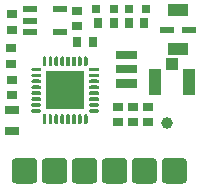
<source format=gts>
G04 DipTrace Beta 2.3.5.2*
%INsubMicroLRS.GTS*%
%MOIN*%
%ADD21R,0.0354X0.0276*%
%ADD22R,0.0315X0.0315*%
%ADD23R,0.0472X0.0315*%
%ADD24R,0.0472X0.0217*%
%ADD25R,0.0276X0.0354*%
%ADD26R,0.0394X0.0413*%
%ADD27R,0.0413X0.0866*%
%ADD28R,0.071X0.041*%
%ADD29R,0.049X0.024*%
%ADD31C,0.0394*%
%FSLAX44Y44*%
G04*
G70*
G90*
G75*
G01*
%LNTopMask*%
%LPD*%
G36*
X450Y287D2*
Y837D1*
X451Y853D1*
X453Y869D1*
X457Y884D1*
X463Y899D1*
X470Y912D1*
X479Y926D1*
X489Y938D1*
X500Y949D1*
X512Y959D1*
X525Y967D1*
X539Y975D1*
X554Y980D1*
X569Y984D1*
X584Y987D1*
X600D1*
X1150D1*
X1166D1*
X1181Y984D1*
X1196Y980D1*
X1211Y975D1*
X1225Y967D1*
X1238Y959D1*
X1250Y949D1*
X1261Y938D1*
X1271Y926D1*
X1280Y912D1*
X1287Y899D1*
X1293Y884D1*
X1297Y869D1*
X1299Y853D1*
X1300Y837D1*
Y287D1*
X1299Y272D1*
X1297Y256D1*
X1293Y241D1*
X1287Y226D1*
X1280Y212D1*
X1271Y199D1*
X1261Y187D1*
X1250Y176D1*
X1238Y166D1*
X1225Y158D1*
X1211Y150D1*
X1196Y145D1*
X1181Y141D1*
X1166Y138D1*
X1150Y137D1*
X600D1*
X584Y138D1*
X569Y141D1*
X554Y145D1*
X539Y150D1*
X525Y158D1*
X512Y166D1*
X500Y176D1*
X489Y187D1*
X479Y199D1*
X470Y212D1*
X463Y226D1*
X457Y241D1*
X453Y256D1*
X451Y272D1*
X450Y287D1*
G37*
G36*
X2150Y137D2*
X1600D1*
X1584Y138D1*
X1569Y141D1*
X1554Y145D1*
X1539Y150D1*
X1525Y158D1*
X1512Y166D1*
X1500Y176D1*
X1489Y187D1*
X1479Y199D1*
X1470Y212D1*
X1463Y226D1*
X1457Y241D1*
X1453Y256D1*
X1451Y272D1*
X1450Y287D1*
Y837D1*
X1451Y853D1*
X1453Y869D1*
X1457Y884D1*
X1463Y899D1*
X1470Y912D1*
X1479Y926D1*
X1489Y938D1*
X1500Y949D1*
X1512Y959D1*
X1525Y967D1*
X1539Y975D1*
X1554Y980D1*
X1569Y984D1*
X1584Y987D1*
X1600D1*
X2150D1*
X2166D1*
X2181Y984D1*
X2196Y980D1*
X2211Y975D1*
X2225Y967D1*
X2238Y959D1*
X2250Y949D1*
X2261Y938D1*
X2271Y926D1*
X2280Y912D1*
X2287Y899D1*
X2293Y884D1*
X2297Y869D1*
X2299Y853D1*
X2300Y837D1*
Y287D1*
X2299Y272D1*
X2297Y256D1*
X2293Y241D1*
X2287Y226D1*
X2280Y212D1*
X2271Y199D1*
X2261Y187D1*
X2250Y176D1*
X2238Y166D1*
X2225Y158D1*
X2211Y150D1*
X2196Y145D1*
X2181Y141D1*
X2166Y138D1*
X2150Y137D1*
G37*
G36*
X2450Y837D2*
Y287D1*
X2451Y272D1*
X2453Y256D1*
X2457Y241D1*
X2463Y226D1*
X2470Y212D1*
X2479Y199D1*
X2489Y187D1*
X2500Y176D1*
X2512Y166D1*
X2525Y158D1*
X2539Y150D1*
X2554Y145D1*
X2569Y141D1*
X2584Y138D1*
X2600Y137D1*
X3150D1*
X3166Y138D1*
X3181Y141D1*
X3196Y145D1*
X3211Y150D1*
X3225Y158D1*
X3238Y166D1*
X3250Y176D1*
X3261Y187D1*
X3271Y199D1*
X3280Y212D1*
X3287Y226D1*
X3293Y241D1*
X3297Y256D1*
X3299Y272D1*
X3300Y287D1*
Y837D1*
X3299Y853D1*
X3297Y869D1*
X3293Y884D1*
X3287Y899D1*
X3280Y912D1*
X3271Y926D1*
X3261Y938D1*
X3250Y949D1*
X3238Y959D1*
X3225Y967D1*
X3211Y975D1*
X3196Y980D1*
X3181Y984D1*
X3166Y987D1*
X3150D1*
X2600D1*
X2584D1*
X2569Y984D1*
X2554Y980D1*
X2539Y975D1*
X2525Y967D1*
X2512Y959D1*
X2500Y949D1*
X2489Y938D1*
X2479Y926D1*
X2470Y912D1*
X2463Y899D1*
X2457Y884D1*
X2453Y869D1*
X2451Y853D1*
X2450Y837D1*
G37*
G36*
X3600Y137D2*
X4150D1*
X4166Y138D1*
X4181Y141D1*
X4196Y145D1*
X4211Y150D1*
X4225Y158D1*
X4238Y166D1*
X4250Y176D1*
X4261Y187D1*
X4271Y199D1*
X4280Y212D1*
X4287Y226D1*
X4293Y241D1*
X4297Y256D1*
X4299Y272D1*
X4300Y287D1*
Y837D1*
X4299Y853D1*
X4297Y869D1*
X4293Y884D1*
X4287Y899D1*
X4280Y912D1*
X4271Y926D1*
X4261Y938D1*
X4250Y949D1*
X4238Y959D1*
X4225Y967D1*
X4211Y975D1*
X4196Y980D1*
X4181Y984D1*
X4166Y987D1*
X4150D1*
X3600D1*
X3584D1*
X3569Y984D1*
X3554Y980D1*
X3539Y975D1*
X3525Y967D1*
X3512Y959D1*
X3500Y949D1*
X3489Y938D1*
X3479Y926D1*
X3470Y912D1*
X3463Y899D1*
X3457Y884D1*
X3453Y869D1*
X3451Y853D1*
X3450Y837D1*
Y287D1*
X3451Y272D1*
X3453Y256D1*
X3457Y241D1*
X3463Y226D1*
X3470Y212D1*
X3479Y199D1*
X3489Y187D1*
X3500Y176D1*
X3512Y166D1*
X3525Y158D1*
X3539Y150D1*
X3554Y145D1*
X3569Y141D1*
X3584Y138D1*
X3600Y137D1*
G37*
G36*
X4438Y837D2*
Y287D1*
X4439Y272D1*
X4441Y256D1*
X4446Y241D1*
X4451Y226D1*
X4458Y212D1*
X4467Y199D1*
X4477Y187D1*
X4488Y176D1*
X4500Y166D1*
X4513Y158D1*
X4527Y150D1*
X4542Y145D1*
X4557Y141D1*
X4573Y138D1*
X4588Y137D1*
X5138D1*
X5154Y138D1*
X5169Y141D1*
X5185Y145D1*
X5199Y150D1*
X5213Y158D1*
X5226Y166D1*
X5239Y176D1*
X5250Y187D1*
X5260Y199D1*
X5268Y212D1*
X5275Y226D1*
X5281Y241D1*
X5285Y256D1*
X5287Y272D1*
X5288Y287D1*
Y837D1*
X5287Y853D1*
X5285Y869D1*
X5281Y884D1*
X5275Y899D1*
X5268Y912D1*
X5260Y926D1*
X5250Y938D1*
X5239Y949D1*
X5226Y959D1*
X5213Y967D1*
X5199Y975D1*
X5185Y980D1*
X5169Y984D1*
X5154Y987D1*
X5138D1*
X4588D1*
X4573D1*
X4557Y984D1*
X4542Y980D1*
X4527Y975D1*
X4513Y967D1*
X4500Y959D1*
X4488Y949D1*
X4477Y938D1*
X4467Y926D1*
X4458Y912D1*
X4451Y899D1*
X4446Y884D1*
X4441Y869D1*
X4439Y853D1*
X4438Y837D1*
G37*
G36*
X5588Y137D2*
X6138D1*
X6154Y138D1*
X6169Y141D1*
X6185Y145D1*
X6199Y150D1*
X6213Y158D1*
X6226Y166D1*
X6239Y176D1*
X6250Y187D1*
X6260Y199D1*
X6268Y212D1*
X6275Y226D1*
X6281Y241D1*
X6285Y256D1*
X6287Y272D1*
X6288Y287D1*
Y837D1*
X6287Y853D1*
X6285Y869D1*
X6281Y884D1*
X6275Y899D1*
X6268Y912D1*
X6260Y926D1*
X6250Y938D1*
X6239Y949D1*
X6226Y959D1*
X6213Y967D1*
X6199Y975D1*
X6185Y980D1*
X6169Y984D1*
X6154Y987D1*
X6138D1*
X5588D1*
X5573D1*
X5557Y984D1*
X5542Y980D1*
X5527Y975D1*
X5513Y967D1*
X5500Y959D1*
X5488Y949D1*
X5477Y938D1*
X5467Y926D1*
X5458Y912D1*
X5451Y899D1*
X5446Y884D1*
X5441Y869D1*
X5439Y853D1*
X5438Y837D1*
Y287D1*
X5439Y272D1*
X5441Y256D1*
X5446Y241D1*
X5451Y226D1*
X5458Y212D1*
X5467Y199D1*
X5477Y187D1*
X5488Y176D1*
X5500Y166D1*
X5513Y158D1*
X5527Y150D1*
X5542Y145D1*
X5557Y141D1*
X5573Y138D1*
X5588Y137D1*
G37*
D21*
X4500Y2188D3*
Y2699D3*
X430Y4130D3*
Y4642D3*
X450Y3080D3*
Y3592D3*
X440Y5270D3*
Y5782D3*
X2610Y5900D3*
Y5388D3*
D22*
X3860Y5960D3*
X3269D3*
X4340D3*
X4931D3*
D23*
X450Y2590D3*
Y1881D3*
D24*
X1040Y5940D3*
Y5566D3*
Y5192D3*
X2064D3*
Y5940D3*
D21*
X4000Y2188D3*
Y2699D3*
D25*
X3140Y4850D3*
X2628D3*
X4340Y5480D3*
X4852D3*
X3840D3*
X3328D3*
D21*
X5000Y2188D3*
Y2699D3*
D26*
X5787Y4113D3*
D27*
X5207Y3514D3*
X6368D3*
D28*
X5990Y4630D3*
Y5910D3*
D29*
X5620Y5270D3*
X6360D3*
G36*
X3297Y2503D2*
X3322Y2509D1*
X3343Y2526D1*
X3354Y2549D1*
Y2576D1*
X3343Y2599D1*
X3322Y2616D1*
X3297Y2622D1*
X3080D1*
X3054Y2616D1*
X3034Y2599D1*
X3023Y2576D1*
Y2549D1*
X3034Y2526D1*
X3054Y2509D1*
X3080Y2503D1*
X3297D1*
G37*
G36*
Y2700D2*
X3322Y2706D1*
X3343Y2723D1*
X3354Y2746D1*
Y2772D1*
X3343Y2796D1*
X3322Y2813D1*
X3297Y2818D1*
X3080D1*
X3054Y2813D1*
X3034Y2796D1*
X3023Y2772D1*
Y2746D1*
X3034Y2723D1*
X3054Y2706D1*
X3080Y2700D1*
X3297D1*
G37*
G36*
Y2897D2*
X3322Y2903D1*
X3343Y2919D1*
X3354Y2943D1*
Y2969D1*
X3343Y2993D1*
X3322Y3009D1*
X3297Y3015D1*
X3080D1*
X3054Y3009D1*
X3034Y2993D1*
X3023Y2969D1*
Y2943D1*
X3034Y2919D1*
X3054Y2903D1*
X3080Y2897D1*
X3297D1*
G37*
G36*
Y3094D2*
X3322Y3100D1*
X3343Y3116D1*
X3354Y3140D1*
Y3166D1*
X3343Y3190D1*
X3322Y3206D1*
X3297Y3212D1*
X3080D1*
X3054Y3206D1*
X3034Y3190D1*
X3023Y3166D1*
Y3140D1*
X3034Y3116D1*
X3054Y3100D1*
X3080Y3094D1*
X3297D1*
G37*
G36*
Y3291D2*
X3322Y3297D1*
X3343Y3313D1*
X3354Y3337D1*
Y3363D1*
X3343Y3387D1*
X3322Y3403D1*
X3297Y3409D1*
X3080D1*
X3054Y3403D1*
X3034Y3387D1*
X3023Y3363D1*
Y3337D1*
X3034Y3313D1*
X3054Y3297D1*
X3080Y3291D1*
X3297D1*
G37*
G36*
Y3488D2*
X3322Y3494D1*
X3343Y3510D1*
X3354Y3534D1*
Y3560D1*
X3343Y3584D1*
X3322Y3600D1*
X3297Y3606D1*
X3080D1*
X3054Y3600D1*
X3034Y3584D1*
X3023Y3560D1*
Y3534D1*
X3034Y3510D1*
X3054Y3494D1*
X3080Y3488D1*
X3297D1*
G37*
G36*
Y3685D2*
X3322Y3690D1*
X3343Y3707D1*
X3354Y3730D1*
Y3757D1*
X3343Y3780D1*
X3322Y3797D1*
X3297Y3803D1*
X3080D1*
X3054Y3797D1*
X3034Y3780D1*
X3023Y3757D1*
Y3730D1*
X3034Y3707D1*
X3054Y3690D1*
X3080Y3685D1*
X3297D1*
G37*
G36*
Y3881D2*
X3322Y3887D1*
X3343Y3904D1*
X3354Y3927D1*
Y3954D1*
X3343Y3977D1*
X3322Y3994D1*
X3297Y4000D1*
X3080D1*
X3054Y3994D1*
X3034Y3977D1*
X3023Y3954D1*
Y3927D1*
X3034Y3904D1*
X3054Y3887D1*
X3080Y3881D1*
X3297D1*
G37*
G36*
X2972Y4324D2*
X2966Y4350D1*
X2950Y4370D1*
X2926Y4382D1*
X2900D1*
X2876Y4370D1*
X2860Y4350D1*
X2854Y4324D1*
Y4108D1*
X2860Y4082D1*
X2876Y4062D1*
X2900Y4050D1*
X2926D1*
X2950Y4062D1*
X2966Y4082D1*
X2972Y4108D1*
Y4324D1*
G37*
G36*
X2775D2*
X2769Y4350D1*
X2753Y4370D1*
X2729Y4382D1*
X2703D1*
X2679Y4370D1*
X2663Y4350D1*
X2657Y4324D1*
Y4108D1*
X2663Y4082D1*
X2679Y4062D1*
X2703Y4050D1*
X2729D1*
X2753Y4062D1*
X2769Y4082D1*
X2775Y4108D1*
Y4324D1*
G37*
G36*
X2578D2*
X2572Y4350D1*
X2556Y4370D1*
X2532Y4382D1*
X2506D1*
X2482Y4370D1*
X2466Y4350D1*
X2460Y4324D1*
Y4108D1*
X2466Y4082D1*
X2482Y4062D1*
X2506Y4050D1*
X2532D1*
X2556Y4062D1*
X2572Y4082D1*
X2578Y4108D1*
Y4324D1*
G37*
G36*
X2381D2*
X2375Y4350D1*
X2359Y4370D1*
X2335Y4382D1*
X2309D1*
X2285Y4370D1*
X2269Y4350D1*
X2263Y4324D1*
Y4108D1*
X2269Y4082D1*
X2285Y4062D1*
X2309Y4050D1*
X2335D1*
X2359Y4062D1*
X2375Y4082D1*
X2381Y4108D1*
Y4324D1*
G37*
G36*
X2184D2*
X2179Y4350D1*
X2162Y4370D1*
X2139Y4382D1*
X2112D1*
X2089Y4370D1*
X2072Y4350D1*
X2066Y4324D1*
Y4108D1*
X2072Y4082D1*
X2089Y4062D1*
X2112Y4050D1*
X2139D1*
X2162Y4062D1*
X2179Y4082D1*
X2184Y4108D1*
Y4324D1*
G37*
G36*
X1988D2*
X1982Y4350D1*
X1965Y4370D1*
X1942Y4382D1*
X1915D1*
X1892Y4370D1*
X1875Y4350D1*
X1869Y4324D1*
Y4108D1*
X1875Y4082D1*
X1892Y4062D1*
X1915Y4050D1*
X1942D1*
X1965Y4062D1*
X1982Y4082D1*
X1988Y4108D1*
Y4324D1*
G37*
G36*
X1791D2*
X1785Y4350D1*
X1769Y4370D1*
X1745Y4382D1*
X1719D1*
X1695Y4370D1*
X1678Y4350D1*
X1673Y4324D1*
Y4108D1*
X1678Y4082D1*
X1695Y4062D1*
X1719Y4050D1*
X1745D1*
X1769Y4062D1*
X1785Y4082D1*
X1791Y4108D1*
Y4324D1*
G37*
G36*
X1594D2*
X1588Y4350D1*
X1572Y4370D1*
X1548Y4382D1*
X1522D1*
X1498Y4370D1*
X1482Y4350D1*
X1476Y4324D1*
Y4108D1*
X1482Y4082D1*
X1498Y4062D1*
X1522Y4050D1*
X1548D1*
X1572Y4062D1*
X1588Y4082D1*
X1594Y4108D1*
Y4324D1*
G37*
G36*
X1368Y3881D2*
X1393Y3887D1*
X1414Y3904D1*
X1425Y3927D1*
Y3954D1*
X1414Y3977D1*
X1393Y3994D1*
X1368Y4000D1*
X1151D1*
X1125Y3994D1*
X1105Y3977D1*
X1093Y3954D1*
Y3927D1*
X1105Y3904D1*
X1125Y3887D1*
X1151Y3881D1*
X1368D1*
G37*
G36*
Y3685D2*
X1393Y3690D1*
X1414Y3707D1*
X1425Y3730D1*
Y3757D1*
X1414Y3780D1*
X1393Y3797D1*
X1368Y3803D1*
X1151D1*
X1125Y3797D1*
X1105Y3780D1*
X1093Y3757D1*
Y3730D1*
X1105Y3707D1*
X1125Y3690D1*
X1151Y3685D1*
X1368D1*
G37*
G36*
Y3488D2*
X1393Y3494D1*
X1414Y3510D1*
X1425Y3534D1*
Y3560D1*
X1414Y3584D1*
X1393Y3600D1*
X1368Y3606D1*
X1151D1*
X1125Y3600D1*
X1105Y3584D1*
X1093Y3560D1*
Y3534D1*
X1105Y3510D1*
X1125Y3494D1*
X1151Y3488D1*
X1368D1*
G37*
G36*
Y3291D2*
X1393Y3297D1*
X1414Y3313D1*
X1425Y3337D1*
Y3363D1*
X1414Y3387D1*
X1393Y3403D1*
X1368Y3409D1*
X1151D1*
X1125Y3403D1*
X1105Y3387D1*
X1093Y3363D1*
Y3337D1*
X1105Y3313D1*
X1125Y3297D1*
X1151Y3291D1*
X1368D1*
G37*
G36*
Y3094D2*
X1393Y3100D1*
X1414Y3116D1*
X1425Y3140D1*
Y3166D1*
X1414Y3190D1*
X1393Y3206D1*
X1368Y3212D1*
X1151D1*
X1125Y3206D1*
X1105Y3190D1*
X1093Y3166D1*
Y3140D1*
X1105Y3116D1*
X1125Y3100D1*
X1151Y3094D1*
X1368D1*
G37*
G36*
Y2897D2*
X1393Y2903D1*
X1414Y2919D1*
X1425Y2943D1*
Y2969D1*
X1414Y2993D1*
X1393Y3009D1*
X1368Y3015D1*
X1151D1*
X1125Y3009D1*
X1105Y2993D1*
X1093Y2969D1*
Y2943D1*
X1105Y2919D1*
X1125Y2903D1*
X1151Y2897D1*
X1368D1*
G37*
G36*
Y2700D2*
X1393Y2706D1*
X1414Y2723D1*
X1425Y2746D1*
Y2772D1*
X1414Y2796D1*
X1393Y2813D1*
X1368Y2818D1*
X1151D1*
X1125Y2813D1*
X1105Y2796D1*
X1093Y2772D1*
Y2746D1*
X1105Y2723D1*
X1125Y2706D1*
X1151Y2700D1*
X1368D1*
G37*
G36*
Y2503D2*
X1393Y2509D1*
X1414Y2526D1*
X1425Y2549D1*
Y2576D1*
X1414Y2599D1*
X1393Y2616D1*
X1368Y2622D1*
X1151D1*
X1125Y2616D1*
X1105Y2599D1*
X1093Y2576D1*
Y2549D1*
X1105Y2526D1*
X1125Y2509D1*
X1151Y2503D1*
X1368D1*
G37*
G36*
X1594Y2395D2*
X1588Y2421D1*
X1572Y2441D1*
X1548Y2453D1*
X1522D1*
X1498Y2441D1*
X1482Y2421D1*
X1476Y2395D1*
Y2179D1*
X1482Y2153D1*
X1498Y2132D1*
X1522Y2121D1*
X1548D1*
X1572Y2132D1*
X1588Y2153D1*
X1594Y2179D1*
Y2395D1*
G37*
G36*
X1791D2*
X1785Y2421D1*
X1769Y2441D1*
X1745Y2453D1*
X1719D1*
X1695Y2441D1*
X1678Y2421D1*
X1673Y2395D1*
Y2179D1*
X1678Y2153D1*
X1695Y2132D1*
X1719Y2121D1*
X1745D1*
X1769Y2132D1*
X1785Y2153D1*
X1791Y2179D1*
Y2395D1*
G37*
G36*
X1988D2*
X1982Y2421D1*
X1965Y2441D1*
X1942Y2453D1*
X1915D1*
X1892Y2441D1*
X1875Y2421D1*
X1869Y2395D1*
Y2179D1*
X1875Y2153D1*
X1892Y2132D1*
X1915Y2121D1*
X1942D1*
X1965Y2132D1*
X1982Y2153D1*
X1988Y2179D1*
Y2395D1*
G37*
G36*
X2184D2*
X2179Y2421D1*
X2162Y2441D1*
X2139Y2453D1*
X2112D1*
X2089Y2441D1*
X2072Y2421D1*
X2066Y2395D1*
Y2179D1*
X2072Y2153D1*
X2089Y2132D1*
X2112Y2121D1*
X2139D1*
X2162Y2132D1*
X2179Y2153D1*
X2184Y2179D1*
Y2395D1*
G37*
G36*
X2381D2*
X2375Y2421D1*
X2359Y2441D1*
X2335Y2453D1*
X2309D1*
X2285Y2441D1*
X2269Y2421D1*
X2263Y2395D1*
Y2179D1*
X2269Y2153D1*
X2285Y2132D1*
X2309Y2121D1*
X2335D1*
X2359Y2132D1*
X2375Y2153D1*
X2381Y2179D1*
Y2395D1*
G37*
G36*
X2578D2*
X2572Y2421D1*
X2556Y2441D1*
X2532Y2453D1*
X2506D1*
X2482Y2441D1*
X2466Y2421D1*
X2460Y2395D1*
Y2179D1*
X2466Y2153D1*
X2482Y2132D1*
X2506Y2121D1*
X2532D1*
X2556Y2132D1*
X2572Y2153D1*
X2578Y2179D1*
Y2395D1*
G37*
G36*
X2775D2*
X2769Y2421D1*
X2753Y2441D1*
X2729Y2453D1*
X2703D1*
X2679Y2441D1*
X2663Y2421D1*
X2657Y2395D1*
Y2179D1*
X2663Y2153D1*
X2679Y2132D1*
X2703Y2121D1*
X2729D1*
X2753Y2132D1*
X2769Y2153D1*
X2775Y2179D1*
Y2395D1*
G37*
G36*
X2972D2*
X2966Y2421D1*
X2950Y2441D1*
X2926Y2453D1*
X2900D1*
X2876Y2441D1*
X2860Y2421D1*
X2854Y2395D1*
Y2179D1*
X2860Y2153D1*
X2876Y2132D1*
X2900Y2121D1*
X2926D1*
X2950Y2132D1*
X2966Y2153D1*
X2972Y2179D1*
Y2395D1*
G37*
G36*
X2864Y2612D2*
X1584D1*
Y3891D1*
X2864D1*
Y2612D1*
G37*
G36*
X3935Y3608D2*
Y3332D1*
X4605D1*
Y3608D1*
X3935D1*
G37*
G36*
Y4080D2*
Y3805D1*
X4605D1*
Y4080D1*
X3935D1*
G37*
G36*
Y4553D2*
Y4277D1*
X4605D1*
Y4553D1*
X3935D1*
G37*
D31*
X5610Y2150D3*
M02*

</source>
